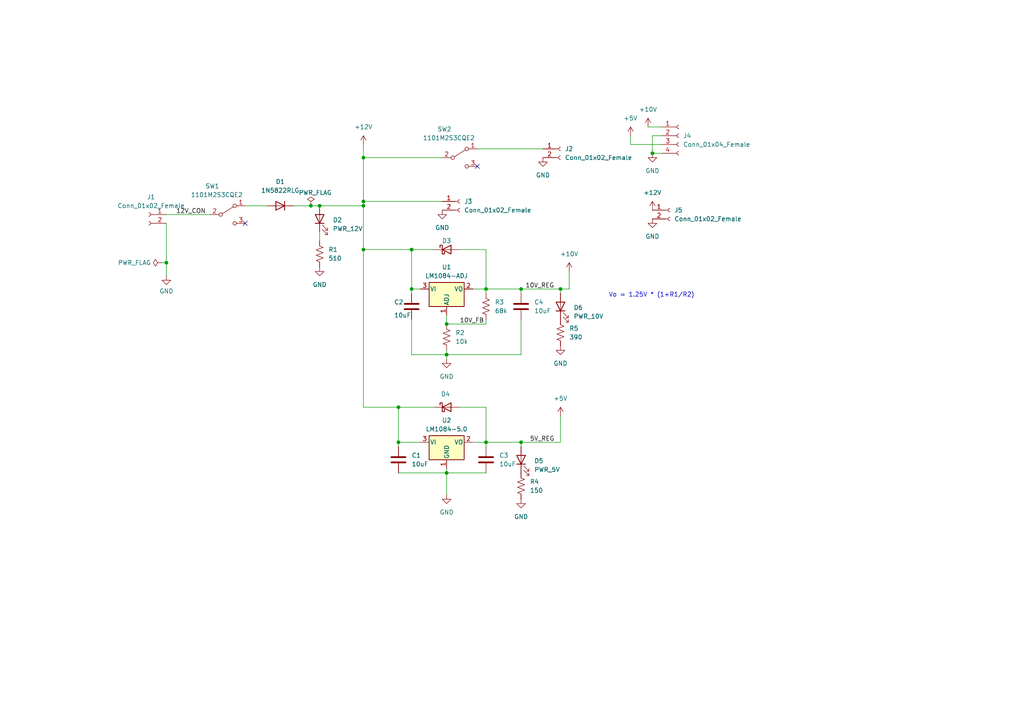
<source format=kicad_sch>
(kicad_sch (version 20211123) (generator eeschema)
  (paper "A4")
  (title_block (title "Voltage Regulators") (rev "1") (company "Rice Eclipse"))
  (lib_symbols
    (symbol "Connector:Conn_01x02_Female" (pin_names (offset 1.016) hide)
      (property "Reference" "J" (at 0 2.54 0))
      (property "Value" "Conn_01x02_Female" (at 0 -5.08 0))
      (symbol "Conn_01x02_Female_1_1"
        (arc (start 0 -2.032) (mid -0.508 -2.54) (end 0 -3.048) (stroke (width 0.1524)))
        (polyline (pts (xy -1.27 -2.54) (xy -0.508 -2.54)) (stroke (width 0.1524)))
        (polyline (pts (xy -1.27 0) (xy -0.508 0)) (stroke (width 0.1524)))
        (arc (start 0 0.508) (mid -0.508 0) (end 0 -0.508) (stroke (width 0.1524)))
        (pin passive line (at -5.08 0 0) (length 3.81) (name "Pin_1") (number "1"))
        (pin passive line (at -5.08 -2.54 0) (length 3.81) (name "Pin_2") (number "2"))
      )
    )
    (symbol "Connector:Conn_01x04_Female" (pin_names (offset 1.016) hide)
      (property "Reference" "J" (at 0 5.08 0))
      (property "Value" "Conn_01x04_Female" (at 0 -7.62 0))
      (symbol "Conn_01x04_Female_1_1"
        (arc (start 0 -4.572) (mid -0.508 -5.08) (end 0 -5.588) (stroke (width 0.1524)))
        (arc (start 0 -2.032) (mid -0.508 -2.54) (end 0 -3.048) (stroke (width 0.1524)))
        (polyline (pts (xy -1.27 -5.08) (xy -0.508 -5.08)) (stroke (width 0.1524)))
        (polyline (pts (xy -1.27 -2.54) (xy -0.508 -2.54)) (stroke (width 0.1524)))
        (polyline (pts (xy -1.27 0) (xy -0.508 0)) (stroke (width 0.1524)))
        (polyline (pts (xy -1.27 2.54) (xy -0.508 2.54)) (stroke (width 0.1524)))
        (arc (start 0 0.508) (mid -0.508 0) (end 0 -0.508) (stroke (width 0.1524)))
        (arc (start 0 3.048) (mid -0.508 2.54) (end 0 2.032) (stroke (width 0.1524)))
        (pin passive line (at -5.08 2.54 0) (length 3.81) (name "Pin_1") (number "1"))
        (pin passive line (at -5.08 0 0) (length 3.81) (name "Pin_2") (number "2"))
        (pin passive line (at -5.08 -2.54 0) (length 3.81) (name "Pin_3") (number "3"))
        (pin passive line (at -5.08 -5.08 0) (length 3.81) (name "Pin_4") (number "4"))
      )
    )
    (symbol "Device:C" (pin_numbers hide) (pin_names (offset 0.254))
      (property "Reference" "C" (at 0.635 2.54 0))
      (property "Value" "C" (at 0.635 -2.54 0))
      (symbol "C_0_1"
        (polyline (pts (xy -2.032 -0.762) (xy 2.032 -0.762)) (stroke (width 0.508)))
        (polyline (pts (xy -2.032 0.762) (xy 2.032 0.762)) (stroke (width 0.508)))
      )
      (symbol "C_1_1"
        (pin passive line (at 0 3.81 270) (length 2.794) (name "~") (number "1"))
        (pin passive line (at 0 -3.81 90) (length 2.794) (name "~") (number "2"))
      )
    )
    (symbol "Device:D" (pin_numbers hide) (pin_names (offset 1.016) hide)
      (property "Reference" "D" (at 0 2.54 0))
      (property "Value" "D" (at 0 -2.54 0))
      (symbol "D_0_1"
        (polyline (pts (xy -1.27 1.27) (xy -1.27 -1.27)) (stroke (width 0.254)))
        (polyline (pts (xy 1.27 0) (xy -1.27 0)))
        (polyline (pts (xy 1.27 1.27) (xy 1.27 -1.27) (xy -1.27 0) (xy 1.27 1.27)) (stroke (width 0.254)))
      )
      (symbol "D_1_1"
        (pin passive line (at -3.81 0 0) (length 2.54) (name "K") (number "1"))
        (pin passive line (at 3.81 0 180) (length 2.54) (name "A") (number "2"))
      )
    )
    (symbol "Device:D_Schottky" (pin_numbers hide) (pin_names (offset 1.016) hide)
      (property "Reference" "D" (at 0 2.54 0))
      (property "Value" "D_Schottky" (at 0 -2.54 0))
      (symbol "D_Schottky_0_1"
        (polyline (pts (xy 1.27 0) (xy -1.27 0)))
        (polyline (pts (xy 1.27 1.27) (xy 1.27 -1.27) (xy -1.27 0) (xy 1.27 1.27)) (stroke (width 0.254)))
        (polyline (pts (xy -1.905 0.635) (xy -1.905 1.27) (xy -1.27 1.27) (xy -1.27 -1.27) (xy -0.635 -1.27) (xy -0.635 -0.635)) (stroke (width 0.254)))
      )
      (symbol "D_Schottky_1_1"
        (pin passive line (at -3.81 0 0) (length 2.54) (name "K") (number "1"))
        (pin passive line (at 3.81 0 180) (length 2.54) (name "A") (number "2"))
      )
    )
    (symbol "Device:LED" (pin_numbers hide) (pin_names (offset 1.016) hide)
      (property "Reference" "D" (at 0 2.54 0))
      (property "Value" "LED" (at 0 -2.54 0))
      (symbol "LED_0_1"
        (polyline (pts (xy -1.27 -1.27) (xy -1.27 1.27)) (stroke (width 0.254)))
        (polyline (pts (xy -1.27 0) (xy 1.27 0)))
        (polyline (pts (xy 1.27 -1.27) (xy 1.27 1.27) (xy -1.27 0) (xy 1.27 -1.27)) (stroke (width 0.254)))
        (polyline (pts (xy -3.048 -0.762) (xy -4.572 -2.286) (xy -3.81 -2.286) (xy -4.572 -2.286) (xy -4.572 -1.524)))
        (polyline (pts (xy -1.778 -0.762) (xy -3.302 -2.286) (xy -2.54 -2.286) (xy -3.302 -2.286) (xy -3.302 -1.524)))
      )
      (symbol "LED_1_1"
        (pin passive line (at -3.81 0 0) (length 2.54) (name "K") (number "1"))
        (pin passive line (at 3.81 0 180) (length 2.54) (name "A") (number "2"))
      )
    )
    (symbol "Device:R_US" (pin_numbers hide) (pin_names (offset 0))
      (property "Reference" "R" (at 2.54 0 90))
      (property "Value" "R_US" (at -2.54 0 90))
      (symbol "R_US_0_1"
        (polyline (pts (xy 0 -2.286) (xy 0 -2.54)))
        (polyline (pts (xy 0 2.286) (xy 0 2.54)))
        (polyline (pts (xy 0 -0.762) (xy 1.016 -1.143) (xy 0 -1.524) (xy -1.016 -1.905) (xy 0 -2.286)))
        (polyline (pts (xy 0 0.762) (xy 1.016 0.381) (xy 0 0) (xy -1.016 -0.381) (xy 0 -0.762)))
        (polyline (pts (xy 0 2.286) (xy 1.016 1.905) (xy 0 1.524) (xy -1.016 1.143) (xy 0 0.762)))
      )
      (symbol "R_US_1_1"
        (pin passive line (at 0 3.81 270) (length 1.27) (name "~") (number "1"))
        (pin passive line (at 0 -3.81 90) (length 1.27) (name "~") (number "2"))
      )
    )
    (symbol "Regulator_Linear:LM1084-5.0" (pin_names (offset 0.254))
      (property "Reference" "U" (at -3.81 3.175 0))
      (property "Value" "LM1084-5.0" (at 0 3.175 0))
      (symbol "LM1084-5.0_0_1"
        (rectangle (start -5.08 1.905) (end 5.08 -5.08) (stroke (width 0.254)) (fill (type background)))
      )
      (symbol "LM1084-5.0_1_1"
        (pin power_in line (at 0 -7.62 90) (length 2.54) (name "GND") (number "1"))
        (pin power_out line (at 7.62 0 180) (length 2.54) (name "VO") (number "2"))
        (pin power_in line (at -7.62 0 0) (length 2.54) (name "VI") (number "3"))
      )
    )
    (symbol "Regulator_Linear:LM1084-ADJ" (pin_names (offset 0.254))
      (property "Reference" "U" (at -3.81 3.175 0))
      (property "Value" "LM1084-ADJ" (at 0 3.175 0))
      (symbol "LM1084-ADJ_0_1"
        (rectangle (start -5.08 1.905) (end 5.08 -5.08) (stroke (width 0.254)) (fill (type background)))
      )
      (symbol "LM1084-ADJ_1_1"
        (pin input line (at 0 -7.62 90) (length 2.54) (name "ADJ") (number "1"))
        (pin power_out line (at 7.62 0 180) (length 2.54) (name "VO") (number "2"))
        (pin power_in line (at -7.62 0 0) (length 2.54) (name "VI") (number "3"))
      )
    )
    (symbol "SW_SPDT_1" (pin_names (offset 0) hide)
      (property "Reference" "SW1" (at -4.445 8.255 0))
      (property "Value" "1101M2S3CQE2" (at -3.175 5.715 0))
      (symbol "SW_SPDT_1_0_0"
        (circle (center -2.032 0) (radius 0.508))
        (circle (center 2.032 -2.54) (radius 0.508))
      )
      (symbol "SW_SPDT_1_0_1"
        (polyline (pts (xy -1.524 0.254) (xy 1.651 2.286)))
        (circle (center 2.032 2.54) (radius 0.508))
      )
      (symbol "SW_SPDT_1_1_1"
        (pin passive line (at 5.08 2.54 180) (length 2.54) (name "A") (number "1"))
        (pin passive line (at -5.08 0 0) (length 2.54) (name "B") (number "2"))
        (pin passive line (at 5.08 -2.54 180) (length 2.54) (name "C") (number "3"))
      )
    )
    (symbol "Switch:SW_SPDT" (pin_names (offset 0) hide)
      (property "Reference" "SW" (at 0 4.318 0))
      (property "Value" "SW_SPDT" (at 0 -5.08 0))
      (symbol "SW_SPDT_0_0"
        (circle (center -2.032 0) (radius 0.508))
        (circle (center 2.032 -2.54) (radius 0.508))
      )
      (symbol "SW_SPDT_0_1"
        (polyline (pts (xy -1.524 0.254) (xy 1.651 2.286)))
        (circle (center 2.032 2.54) (radius 0.508))
      )
      (symbol "SW_SPDT_1_1"
        (pin passive line (at 5.08 2.54 180) (length 2.54) (name "A") (number "1"))
        (pin passive line (at -5.08 0 0) (length 2.54) (name "B") (number "2"))
        (pin passive line (at 5.08 -2.54 180) (length 2.54) (name "C") (number "3"))
      )
    )
    (symbol "power:+10V" (power) (pin_names (offset 0))
      (property "Value" "+10V" (at 0 3.556 0))
      (symbol "+10V_0_1"
        (polyline (pts (xy -0.762 1.27) (xy 0 2.54)))
        (polyline (pts (xy 0 0) (xy 0 2.54)))
        (polyline (pts (xy 0 2.54) (xy 0.762 1.27)))
      )
      (symbol "+10V_1_1"
        (pin power_in line (at 0 0 90) (length 0) hide (name "+10V") (number "1"))
      )
    )
    (symbol "power:+12V" (power) (pin_names (offset 0))
      (property "Value" "+12V" (at 0 3.556 0))
      (symbol "+12V_0_1"
        (polyline (pts (xy -0.762 1.27) (xy 0 2.54)))
        (polyline (pts (xy 0 0) (xy 0 2.54)))
        (polyline (pts (xy 0 2.54) (xy 0.762 1.27)))
      )
      (symbol "+12V_1_1"
        (pin power_in line (at 0 0 90) (length 0) hide (name "+12V") (number "1"))
      )
    )
    (symbol "power:+5V" (power) (pin_names (offset 0))
      (property "Value" "+5V" (at 0 3.556 0))
      (symbol "+5V_0_1"
        (polyline (pts (xy -0.762 1.27) (xy 0 2.54)))
        (polyline (pts (xy 0 0) (xy 0 2.54)))
        (polyline (pts (xy 0 2.54) (xy 0.762 1.27)))
      )
      (symbol "+5V_1_1"
        (pin power_in line (at 0 0 90) (length 0) hide (name "+5V") (number "1"))
      )
    )
    (symbol "power:GND" (power) (pin_names (offset 0))
      (property "Value" "GND" (at 0 -3.81 0))
      (symbol "GND_0_1"
        (polyline (pts (xy 0 0) (xy 0 -1.27) (xy 1.27 -1.27) (xy 0 -2.54) (xy -1.27 -1.27) (xy 0 -1.27)))
      )
      (symbol "GND_1_1"
        (pin power_in line (at 0 0 270) (length 0) hide (name "GND") (number "1"))
      )
    )
    (symbol "power:PWR_FLAG" (power) (pin_numbers hide) (pin_names (offset 0) hide)
      (property "Value" "PWR_FLAG" (at 0 3.81 0))
      (symbol "PWR_FLAG_0_0"
        (pin power_out line (at 0 0 90) (length 0) (name "pwr") (number "1"))
      )
      (symbol "PWR_FLAG_0_1"
        (polyline (pts (xy 0 0) (xy 0 1.27) (xy -1.016 1.905) (xy 0 2.54) (xy 1.016 1.905) (xy 0 1.27)))
      )
    )
  )
  (junction (at 129.54 137.16))
  (junction (at 151.13 83.82))
  (junction (at 119.38 83.82))
  (junction (at 189.23 44.45))
  (junction (at 105.41 58.42))
  (junction (at 140.97 128.27))
  (junction (at 129.54 102.87))
  (junction (at 105.41 59.69))
  (junction (at 105.41 45.72))
  (junction (at 48.26 76.2))
  (junction (at 105.41 72.39))
  (junction (at 119.38 72.39))
  (junction (at 151.13 128.27))
  (junction (at 92.71 59.69))
  (junction (at 115.57 128.27))
  (junction (at 129.54 93.98))
  (junction (at 140.97 83.82))
  (junction (at 90.17 59.69))
  (junction (at 162.56 83.82))
  (junction (at 115.57 118.11))
  (no_connect (at 138.43 48.26))
  (no_connect (at 71.12 64.77))
  (wire (pts (xy 140.97 83.82) (xy 137.16 83.82)))
  (wire (pts (xy 162.56 120.65) (xy 162.56 128.27)))
  (wire (pts (xy 182.88 39.37) (xy 182.88 41.91)))
  (wire (pts (xy 189.23 39.37) (xy 191.77 39.37)))
  (wire (pts (xy 105.41 45.72) (xy 105.41 58.42)))
  (wire (pts (xy 129.54 91.44) (xy 129.54 93.98)))
  (wire (pts (xy 48.26 76.2) (xy 46.99 76.2)))
  (wire (pts (xy 140.97 118.11) (xy 140.97 128.27)))
  (wire (pts (xy 129.54 135.89) (xy 129.54 137.16)))
  (wire (pts (xy 191.77 44.45) (xy 189.23 44.45)))
  (wire (pts (xy 129.54 137.16) (xy 129.54 143.51)))
  (wire (pts (xy 151.13 83.82) (xy 151.13 85.09)))
  (wire (pts (xy 133.35 72.39) (xy 140.97 72.39)))
  (wire (pts (xy 189.23 44.45) (xy 189.23 39.37)))
  (wire (pts (xy 162.56 83.82) (xy 162.56 85.09)))
  (wire (pts (xy 140.97 128.27) (xy 140.97 129.54)))
  (wire (pts (xy 85.09 59.69) (xy 90.17 59.69)))
  (wire (pts (xy 137.16 128.27) (xy 140.97 128.27)))
  (wire (pts (xy 121.92 128.27) (xy 115.57 128.27)))
  (wire (pts (xy 105.41 45.72) (xy 128.27 45.72)))
  (wire (pts (xy 105.41 118.11) (xy 115.57 118.11)))
  (wire (pts (xy 105.41 58.42) (xy 105.41 59.69)))
  (wire (pts (xy 187.96 36.83) (xy 191.77 36.83)))
  (wire (pts (xy 151.13 83.82) (xy 140.97 83.82)))
  (wire (pts (xy 162.56 83.82) (xy 151.13 83.82)))
  (wire (pts (xy 140.97 128.27) (xy 151.13 128.27)))
  (wire (pts (xy 119.38 102.87) (xy 119.38 92.71)))
  (wire (pts (xy 105.41 41.91) (xy 105.41 45.72)))
  (wire (pts (xy 129.54 102.87) (xy 129.54 101.6)))
  (wire (pts (xy 129.54 93.98) (xy 140.97 93.98)))
  (wire (pts (xy 151.13 92.71) (xy 151.13 102.87)))
  (wire (pts (xy 115.57 118.11) (xy 115.57 128.27)))
  (wire (pts (xy 140.97 137.16) (xy 129.54 137.16)))
  (wire (pts (xy 105.41 58.42) (xy 128.27 58.42)))
  (wire (pts (xy 129.54 104.14) (xy 129.54 102.87)))
  (wire (pts (xy 140.97 72.39) (xy 140.97 83.82)))
  (wire (pts (xy 92.71 59.69) (xy 105.41 59.69)))
  (wire (pts (xy 125.73 72.39) (xy 119.38 72.39)))
  (wire (pts (xy 119.38 83.82) (xy 119.38 85.09)))
  (wire (pts (xy 165.1 83.82) (xy 162.56 83.82)))
  (wire (pts (xy 92.71 67.31) (xy 92.71 69.85)))
  (wire (pts (xy 138.43 43.18) (xy 157.48 43.18)))
  (wire (pts (xy 115.57 128.27) (xy 115.57 129.54)))
  (wire (pts (xy 119.38 72.39) (xy 105.41 72.39)))
  (wire (pts (xy 165.1 78.74) (xy 165.1 83.82)))
  (wire (pts (xy 105.41 72.39) (xy 105.41 118.11)))
  (wire (pts (xy 48.26 80.01) (xy 48.26 76.2)))
  (wire (pts (xy 48.26 62.23) (xy 60.96 62.23)))
  (wire (pts (xy 71.12 59.69) (xy 77.47 59.69)))
  (wire (pts (xy 151.13 128.27) (xy 151.13 129.54)))
  (wire (pts (xy 133.35 118.11) (xy 140.97 118.11)))
  (wire (pts (xy 115.57 137.16) (xy 129.54 137.16)))
  (wire (pts (xy 121.92 83.82) (xy 119.38 83.82)))
  (wire (pts (xy 125.73 118.11) (xy 115.57 118.11)))
  (wire (pts (xy 191.77 41.91) (xy 182.88 41.91)))
  (wire (pts (xy 48.26 64.77) (xy 48.26 76.2)))
  (wire (pts (xy 140.97 93.98) (xy 140.97 92.71)))
  (wire (pts (xy 90.17 59.69) (xy 92.71 59.69)))
  (wire (pts (xy 151.13 128.27) (xy 162.56 128.27)))
  (wire (pts (xy 105.41 59.69) (xy 105.41 72.39)))
  (wire (pts (xy 119.38 72.39) (xy 119.38 83.82)))
  (wire (pts (xy 129.54 102.87) (xy 119.38 102.87)))
  (wire (pts (xy 140.97 83.82) (xy 140.97 85.09)))
  (wire (pts (xy 129.54 102.87) (xy 151.13 102.87)))
  (text "Vo = 1.25V * (1+R1/R2)\n" (at 176.53 86.36 0) (effects (font (size 1.27 1.27)) (justify left bottom)))
  (label "12V_CON" (at 59.69 62.23 180))
  (label "10V_FB" (at 133.35 93.98 0))
  (label "5V_REG" (at 153.67 128.27 0))
  (label "10V_REG" (at 152.4 83.82 0))
  (symbol (lib_id "power:GND") (at 129.54 104.14 0) (unit 1)
    (property "Reference" "#PWR05" (effects hide))
    (property "Value" "GND" (at 129.54 109.22 0))
  )
  (symbol (lib_id "Regulator_Linear:LM1084-ADJ") (at 129.54 83.82 0) (unit 1)
    (property "Reference" "U1" (at 129.54 77.47 0))
    (property "Value" "LM1084-ADJ" (at 129.54 80.01 0))
    (property "Footprint" "Package_TO_SOT_SMD:TO-263-3_TabPin2" (effects hide))
    (property "Datasheet" "http://www.ti.com/lit/ds/symlink/lm1084.pdf" (effects hide))
  )
  (symbol (lib_id "power:GND") (at 151.13 144.78 0) (unit 1)
    (property "Reference" "#PWR07" (effects hide))
    (property "Value" "GND" (at 151.13 149.86 0))
  )
  (symbol (lib_id "power:+5V") (at 182.88 39.37 0) (unit 1)
    (property "Reference" "#PWR012" (effects hide))
    (property "Value" "+5V" (at 182.88 34.29 0))
  )
  (symbol (lib_id "power:PWR_FLAG") (at 46.99 76.2 90) (unit 1)
    (property "Reference" "#FLG01" (effects hide))
    (property "Value" "PWR_FLAG" (at 43.815 76.1999 90) (effects (justify left)))
  )
  (symbol (lib_id "power:GND") (at 189.23 44.45 0) (unit 1)
    (property "Reference" "#PWR014" (effects hide))
    (property "Value" "GND" (at 189.23 49.53 0))
  )
  (symbol (lib_id "Device:LED") (at 92.71 63.5 90) (unit 1)
    (property "Reference" "D2" (at 96.52 63.8174 90) (effects (justify right)))
    (property "Value" "PWR_12V" (at 96.52 66.3574 90) (effects (justify right)))
    (property "Footprint" "LED_SMD:LED_1206_3216Metric" (effects hide))
    (property "Datasheet" "https://datasheet.lcsc.com/lcsc/2006301532_Yongyu-Photoelectric-SZYY1206R_C434438.pdf" (effects hide))
  )
  (symbol (lib_id "Device:C") (at 115.57 133.35 0) (unit 1)
    (property "Reference" "C1" (at 119.38 132.0799 0) (effects (justify left)))
    (property "Value" "10uF" (at 119.38 134.6199 0) (effects (justify left)))
    (property "Footprint" "Capacitor_SMD:C_1206_3216Metric" (effects hide))
  )
  (symbol (lib_id "power:GND") (at 189.23 63.5 0) (unit 1)
    (property "Reference" "#PWR016" (effects hide))
    (property "Value" "GND" (at 189.23 68.58 0))
  )
  (symbol (lib_id "Connector:Conn_01x02_Female") (at 133.35 58.42 0) (unit 1)
    (property "Reference" "J3" (at 134.62 58.4199 0) (effects (justify left)))
    (property "Value" "Conn_01x02_Female" (at 134.62 60.9599 0) (effects (justify left)))
    (property "Footprint" "Connector_PinHeader_2.54mm:PinHeader_1x02_P2.54mm_Vertical" (effects hide))
  )
  (symbol (lib_id "Device:LED") (at 162.56 88.9 90) (unit 1)
    (property "Reference" "D6" (at 166.37 89.2174 90) (effects (justify right)))
    (property "Value" "PWR_10V" (at 166.37 91.7574 90) (effects (justify right)))
    (property "Footprint" "LED_SMD:LED_1206_3216Metric" (effects hide))
    (property "Datasheet" "https://datasheet.lcsc.com/lcsc/2006301532_Yongyu-Photoelectric-SZYY1206R_C434438.pdf" (effects hide))
  )
  (symbol (lib_name "SW_SPDT_1") (lib_id "Switch:SW_SPDT") (at 66.04 62.23 0) (unit 1)
    (property "Reference" "SW1" (at 61.595 53.975 0))
    (property "Value" "1101M2S3CQE2" (at 62.865 56.515 0))
    (property "Datasheet" "https://www.mouser.com/datasheet/2/60/1000-1841894.pdf" (effects hide))
  )
  (symbol (lib_id "Device:C") (at 119.38 88.9 0) (unit 1)
    (property "Reference" "C2" (at 114.3 87.63 0) (effects (justify left)))
    (property "Value" "10uF" (at 114.3 91.44 0) (effects (justify left)))
    (property "Footprint" "Capacitor_SMD:C_1206_3216Metric" (effects hide))
  )
  (symbol (lib_id "Connector:Conn_01x02_Female") (at 194.31 60.96 0) (unit 1)
    (property "Reference" "J5" (at 195.58 60.9599 0) (effects (justify left)))
    (property "Value" "Conn_01x02_Female" (at 195.58 63.4999 0) (effects (justify left)))
    (property "Footprint" "Connector_PinHeader_2.54mm:PinHeader_1x03_P2.54mm_Vertical" (effects hide))
  )
  (symbol (lib_id "Device:D_Schottky") (at 129.54 72.39 0) (unit 1)
    (property "Reference" "D3" (at 129.54 69.85 0))
    (property "Value" "SS54" (effects hide))
    (property "Footprint" "karca_custom_footprints:DO-214AC" (effects hide))
    (property "Datasheet" "https://media.digikey.com/pdf/Data%20Sheets/NextGen%20Components%20PDFs/SMASS540000S54.pdf" (effects hide))
  )
  (symbol (lib_id "Device:R_US") (at 162.56 96.52 0) (unit 1)
    (property "Reference" "R5" (at 165.1 95.2499 0) (effects (justify left)))
    (property "Value" "390" (at 165.1 97.7899 0) (effects (justify left)))
    (property "Footprint" "Resistor_SMD:R_1206_3216Metric" (effects hide))
  )
  (symbol (lib_id "power:+12V") (at 189.23 60.96 0) (unit 1)
    (property "Reference" "#PWR015" (effects hide))
    (property "Value" "+12V" (at 189.23 55.88 0))
  )
  (symbol (lib_id "Switch:SW_SPDT") (at 133.35 45.72 0) (unit 1)
    (property "Reference" "SW2" (at 128.905 37.465 0))
    (property "Value" "1101M2S3CQE2" (at 130.175 40.005 0))
    (property "Datasheet" "https://www.mouser.com/datasheet/2/60/1000-1841894.pdf" (effects hide))
  )
  (symbol (lib_id "Device:R_US") (at 92.71 73.66 0) (unit 1)
    (property "Reference" "R1" (at 95.25 72.3899 0) (effects (justify left)))
    (property "Value" "510" (at 95.25 74.9299 0) (effects (justify left)))
    (property "Footprint" "Resistor_SMD:R_1206_3216Metric" (effects hide))
  )
  (symbol (lib_id "power:GND") (at 162.56 100.33 0) (unit 1)
    (property "Reference" "#PWR09" (effects hide))
    (property "Value" "GND" (at 162.56 105.41 0))
  )
  (symbol (lib_id "Connector:Conn_01x04_Female") (at 196.85 39.37 0) (unit 1)
    (property "Reference" "J4" (at 198.12 39.3699 0) (effects (justify left)))
    (property "Value" "Conn_01x04_Female" (at 198.12 41.9099 0) (effects (justify left)))
    (property "Footprint" "Connector_PinHeader_2.54mm:PinHeader_1x04_P2.54mm_Vertical" (effects hide))
  )
  (symbol (lib_id "power:GND") (at 128.27 60.96 0) (unit 1)
    (property "Reference" "#PWR04" (effects hide))
    (property "Value" "GND" (at 128.27 66.04 0))
  )
  (symbol (lib_id "power:GND") (at 157.48 45.72 0) (unit 1)
    (property "Reference" "#PWR08" (effects hide))
    (property "Value" "GND" (at 157.48 50.8 0))
  )
  (symbol (lib_id "Device:LED") (at 151.13 133.35 90) (unit 1)
    (property "Reference" "D5" (at 154.94 133.6674 90) (effects (justify right)))
    (property "Value" "PWR_5V" (at 154.94 136.2074 90) (effects (justify right)))
    (property "Footprint" "LED_SMD:LED_1206_3216Metric" (effects hide))
    (property "Datasheet" "https://datasheet.lcsc.com/lcsc/2006301532_Yongyu-Photoelectric-SZYY1206R_C434438.pdf" (effects hide))
  )
  (symbol (lib_id "power:GND") (at 92.71 77.47 0) (unit 1)
    (property "Reference" "#PWR02" (effects hide))
    (property "Value" "GND" (at 92.71 82.55 0))
  )
  (symbol (lib_id "Regulator_Linear:LM1084-5.0") (at 129.54 128.27 0) (unit 1)
    (property "Reference" "U2" (at 129.54 121.92 0))
    (property "Value" "LM1084-5.0" (at 129.54 124.46 0))
    (property "Footprint" "Package_TO_SOT_SMD:TO-263-3_TabPin2" (effects hide))
    (property "Datasheet" "http://www.ti.com/lit/ds/symlink/lm1084.pdf" (effects hide))
  )
  (symbol (lib_id "Connector:Conn_01x02_Female") (at 43.18 62.23 0) (mirror y) (unit 1)
    (property "Reference" "J1" (at 43.815 57.15 0))
    (property "Value" "Conn_01x02_Female" (at 43.815 59.69 0))
    (property "Footprint" "Connector_PinHeader_2.54mm:PinHeader_1x02_P2.54mm_Vertical" (effects hide))
  )
  (symbol (lib_id "Device:R_US") (at 129.54 97.79 0) (unit 1)
    (property "Reference" "R2" (at 132.08 96.5199 0) (effects (justify left)))
    (property "Value" "10k" (at 132.08 99.0599 0) (effects (justify left)))
    (property "Footprint" "Resistor_SMD:R_1206_3216Metric" (effects hide))
  )
  (symbol (lib_id "Device:D_Schottky") (at 129.54 118.11 0) (unit 1)
    (property "Reference" "D4" (at 129.2225 114.3 0))
    (property "Value" "SS54" (effects hide))
    (property "Footprint" "karca_custom_footprints:DO-214AC" (effects hide))
    (property "Datasheet" "https://media.digikey.com/pdf/Data%20Sheets/NextGen%20Components%20PDFs/SMASS540000S54.pdf" (effects hide))
  )
  (symbol (lib_id "power:+12V") (at 105.41 41.91 0) (unit 1)
    (property "Reference" "#PWR03" (effects hide))
    (property "Value" "+12V" (at 105.41 36.83 0))
  )
  (symbol (lib_id "power:GND") (at 129.54 143.51 0) (unit 1)
    (property "Reference" "#PWR06" (effects hide))
    (property "Value" "GND" (at 129.54 148.59 0))
  )
  (symbol (lib_id "Device:D") (at 81.28 59.69 180) (unit 1)
    (property "Reference" "D1" (at 81.28 52.705 0))
    (property "Value" "1N5822RLG" (at 81.28 55.245 0))
    (property "Footprint" "Diode_THT:D_DO-201AD_P15.24mm_Horizontal" (effects hide))
  )
  (symbol (lib_id "power:+10V") (at 187.96 36.83 0) (unit 1)
    (property "Reference" "#PWR013" (effects hide))
    (property "Value" "+10V" (at 187.96 31.75 0))
  )
  (symbol (lib_id "Device:R_US") (at 140.97 88.9 0) (unit 1)
    (property "Reference" "R3" (at 143.51 87.6299 0) (effects (justify left)))
    (property "Value" "68k" (at 143.51 90.1699 0) (effects (justify left)))
    (property "Footprint" "Resistor_SMD:R_1206_3216Metric" (effects hide))
  )
  (symbol (lib_id "Connector:Conn_01x02_Female") (at 162.56 43.18 0) (unit 1)
    (property "Reference" "J2" (at 163.83 43.1799 0) (effects (justify left)))
    (property "Value" "Conn_01x02_Female" (at 163.83 45.7199 0) (effects (justify left)))
    (property "Footprint" "Connector_PinHeader_2.54mm:PinHeader_1x03_P2.54mm_Vertical" (effects hide))
  )
  (symbol (lib_id "power:+10V") (at 165.1 78.74 0) (unit 1)
    (property "Reference" "#PWR011" (effects hide))
    (property "Value" "+10V" (at 165.1 73.66 0))
  )
  (symbol (lib_id "Device:R_US") (at 151.13 140.97 0) (unit 1)
    (property "Reference" "R4" (at 153.67 139.6999 0) (effects (justify left)))
    (property "Value" "150" (at 153.67 142.2399 0) (effects (justify left)))
    (property "Footprint" "Resistor_SMD:R_1206_3216Metric" (effects hide))
  )
  (symbol (lib_id "power:+5V") (at 162.56 120.65 0) (unit 1)
    (property "Reference" "#PWR010" (effects hide))
    (property "Value" "+5V" (at 162.56 115.57 0))
  )
  (symbol (lib_id "power:GND") (at 48.26 80.01 0) (unit 1)
    (property "Reference" "#PWR01" (effects hide))
    (property "Value" "GND" (at 48.26 84.455 0))
  )
  (symbol (lib_id "power:PWR_FLAG") (at 90.17 59.69 0) (unit 1)
    (property "Reference" "#FLG02" (effects hide))
    (property "Value" "PWR_FLAG" (at 91.44 55.88 0))
  )
  (symbol (lib_id "Device:C") (at 151.13 88.9 0) (unit 1)
    (property "Reference" "C4" (at 154.94 87.6299 0) (effects (justify left)))
    (property "Value" "10uF" (at 154.94 90.17 0) (effects (justify left)))
    (property "Footprint" "Capacitor_SMD:C_1206_3216Metric" (effects hide))
  )
  (symbol (lib_id "Device:C") (at 140.97 133.35 0) (unit 1)
    (property "Reference" "C3" (at 144.78 132.0799 0) (effects (justify left)))
    (property "Value" "10uF" (at 144.78 134.6199 0) (effects (justify left)))
    (property "Footprint" "Capacitor_SMD:C_1206_3216Metric" (effects hide))
  )
)
</source>
